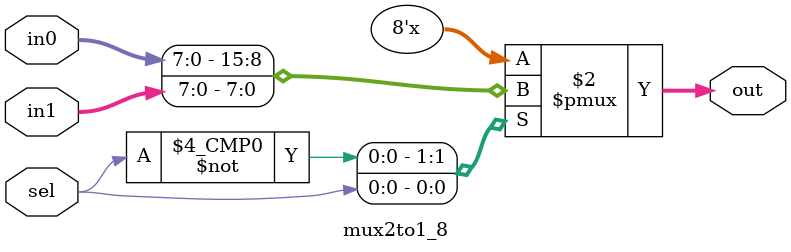
<source format=v>
`timescale 1ns/1ps

module mux2to1_8 (
    input  wire [7:0] in0,   // Input 0
    input  wire [7:0] in1,   // Input 1
    input  wire       sel,   // Select signal
    output reg  [7:0] out    // Output
);


    // Combinational behavior; cover all sel values to avoid latches
    always @(*) begin
        case (sel)
            1'b0:   out = in0;
            1'b1:   out = in1;
            default:out = 8'h00; // handles X/Z on sel; keeps it combinational
        endcase
    end
endmodule
</source>
